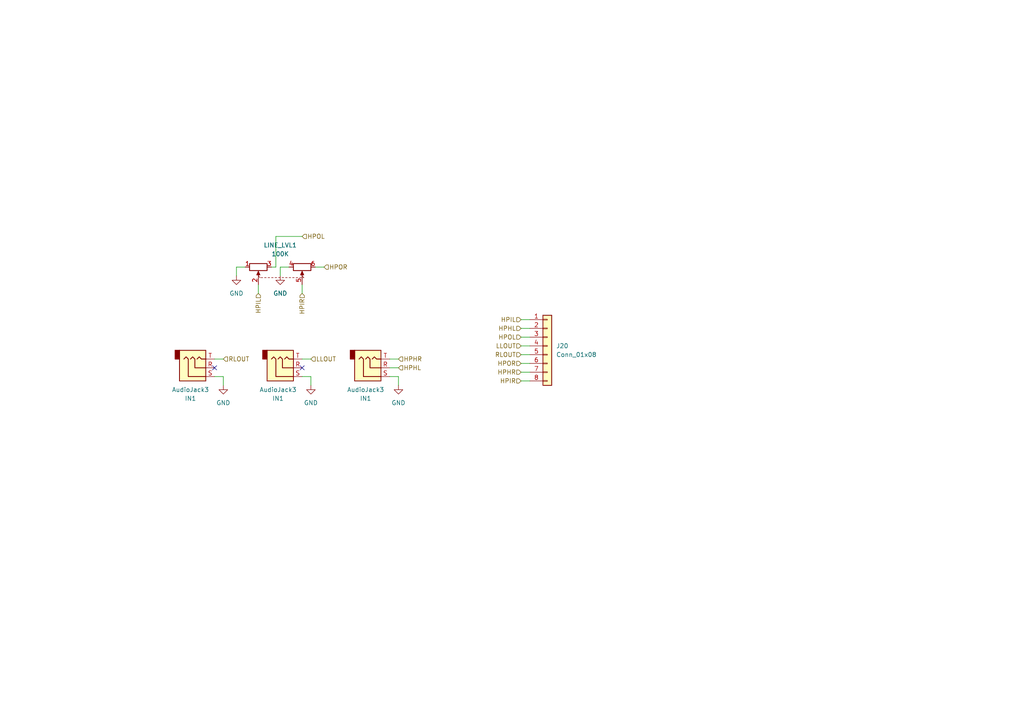
<source format=kicad_sch>
(kicad_sch (version 20230121) (generator eeschema)
  (paper "A4")
  (lib_symbols
    (symbol "Connector-github:AudioJack3"
      (property "Reference" "J" (at 0 8.89 0))
      (property "Value" "AudioJack3" (at 0 6.35 0))
      (symbol "AudioJack3_0_1"
        (rectangle (start -5.08 -5.08) (end -6.35 -2.54) (stroke (width 0.254)) (fill (type outline)))
        (polyline (pts (xy 0 -2.54) (xy 0.635 -3.175) (xy 1.27 -2.54) (xy 2.54 -2.54)) (stroke (width 0.254)))
        (polyline (pts (xy -1.905 -2.54) (xy -1.27 -3.175) (xy -0.635 -2.54) (xy -0.635 0) (xy 2.54 0)) (stroke (width 0.254)))
        (polyline (pts (xy 2.54 2.54) (xy -2.54 2.54) (xy -2.54 -2.54) (xy -3.175 -3.175) (xy -3.81 -2.54)) (stroke (width 0.254)))
        (rectangle (start 2.54 3.81) (end -5.08 -5.08) (stroke (width 0.254)) (fill (type background)))
      )
      (symbol "AudioJack3_1_1"
        (pin passive line (at 5.08 0 180) (length 2.54) (name "~") (number "R"))
        (pin passive line (at 5.08 2.54 180) (length 2.54) (name "~") (number "S"))
        (pin passive line (at 5.08 -2.54 180) (length 2.54) (name "~") (number "T"))
      )
    )
    (symbol "Connector_Generic:Conn_01x08" (pin_names (offset 1.016) hide)
      (property "Reference" "J" (at 0 10.16 0))
      (property "Value" "Conn_01x08" (at 0 -12.7 0))
      (symbol "Conn_01x08_1_1"
        (rectangle (start -1.27 -10.033) (end 0 -10.287) (stroke (width 0.1524)))
        (rectangle (start -1.27 -7.493) (end 0 -7.747) (stroke (width 0.1524)))
        (rectangle (start -1.27 -4.953) (end 0 -5.207) (stroke (width 0.1524)))
        (rectangle (start -1.27 -2.413) (end 0 -2.667) (stroke (width 0.1524)))
        (rectangle (start -1.27 0.127) (end 0 -0.127) (stroke (width 0.1524)))
        (rectangle (start -1.27 2.667) (end 0 2.413) (stroke (width 0.1524)))
        (rectangle (start -1.27 5.207) (end 0 4.953) (stroke (width 0.1524)))
        (rectangle (start -1.27 7.747) (end 0 7.493) (stroke (width 0.1524)))
        (rectangle (start -1.27 8.89) (end 1.27 -11.43) (stroke (width 0.254)) (fill (type background)))
        (pin passive line (at -5.08 7.62 0) (length 3.81) (name "Pin_1") (number "1"))
        (pin passive line (at -5.08 5.08 0) (length 3.81) (name "Pin_2") (number "2"))
        (pin passive line (at -5.08 2.54 0) (length 3.81) (name "Pin_3") (number "3"))
        (pin passive line (at -5.08 0 0) (length 3.81) (name "Pin_4") (number "4"))
        (pin passive line (at -5.08 -2.54 0) (length 3.81) (name "Pin_5") (number "5"))
        (pin passive line (at -5.08 -5.08 0) (length 3.81) (name "Pin_6") (number "6"))
        (pin passive line (at -5.08 -7.62 0) (length 3.81) (name "Pin_7") (number "7"))
        (pin passive line (at -5.08 -10.16 0) (length 3.81) (name "Pin_8") (number "8"))
      )
    )
    (symbol "Device:R_Potentiometer_Dual" (pin_names (offset 1.016) hide)
      (property "Reference" "RV" (at 0 3.81 0))
      (property "Value" "R_Potentiometer_Dual" (at 0 1.905 0))
      (symbol "R_Potentiometer_Dual_0_1"
        (rectangle (start -8.89 -1.524) (end -3.81 -3.556) (stroke (width 0.254)))
        (polyline (pts (xy -6.35 0) (xy -6.35 -1.016)))
        (polyline (pts (xy -6.35 0) (xy -6.35 -1.016)))
        (polyline (pts (xy -6.35 0) (xy -5.842 0.508)))
        (polyline (pts (xy -5.588 0.508) (xy -5.08 0.508)))
        (polyline (pts (xy -4.572 0.508) (xy -4.064 0.508)))
        (polyline (pts (xy -3.556 0.508) (xy -3.048 0.508)))
        (polyline (pts (xy -2.54 0.508) (xy -2.032 0.508)))
        (polyline (pts (xy -1.524 0.508) (xy -1.016 0.508)))
        (polyline (pts (xy -0.508 0.508) (xy 0 0.508)))
        (polyline (pts (xy 0.508 0.508) (xy 1.016 0.508)))
        (polyline (pts (xy 1.524 0.508) (xy 2.032 0.508)))
        (polyline (pts (xy 2.54 0.508) (xy 3.048 0.508)))
        (polyline (pts (xy 3.556 0.508) (xy 4.064 0.508)))
        (polyline (pts (xy 4.572 0.508) (xy 5.08 0.508)))
        (polyline (pts (xy 5.588 0.508) (xy 6.096 0.508)))
        (polyline (pts (xy 6.35 0) (xy 6.35 -1.016)))
        (polyline (pts (xy 6.35 0) (xy 6.35 -1.016)))
        (polyline (pts (xy 6.604 0.508) (xy 6.858 0.508) (xy 6.35 0)))
        (polyline (pts (xy -6.35 -1.397) (xy -6.858 -0.254) (xy -5.842 -0.254) (xy -6.35 -1.397)) (fill (type outline)))
        (polyline (pts (xy 6.35 -1.397) (xy 5.842 -0.254) (xy 6.858 -0.254) (xy 6.35 -1.397)) (fill (type outline)))
        (rectangle (start 3.81 -1.524) (end 8.89 -3.556) (stroke (width 0.254)))
      )
      (symbol "R_Potentiometer_Dual_1_1"
        (pin passive line (at -10.16 -2.54 0) (length 1.27) (name "1") (number "1"))
        (pin passive line (at -6.35 2.54 270) (length 2.54) (name "2") (number "2"))
        (pin passive line (at -2.54 -2.54 180) (length 1.27) (name "3") (number "3"))
        (pin passive line (at 2.54 -2.54 0) (length 1.27) (name "4") (number "4"))
        (pin passive line (at 6.35 2.54 270) (length 2.54) (name "5") (number "5"))
        (pin passive line (at 10.16 -2.54 180) (length 1.27) (name "6") (number "6"))
      )
    )
    (symbol "power:GND" (power) (pin_names (offset 0))
      (property "Value" "GND" (at 0 -3.81 0))
      (symbol "GND_0_1"
        (polyline (pts (xy 0 0) (xy 0 -1.27) (xy 1.27 -1.27) (xy 0 -2.54) (xy -1.27 -1.27) (xy 0 -1.27)))
      )
      (symbol "GND_1_1"
        (pin power_in line (at 0 0 270) (length 0) hide (name "GND") (number "1"))
      )
    )
  )
  (no_connect (at 62.23 106.68))
  (no_connect (at 87.63 106.68))
  (wire (pts (xy 80.01 68.58) (xy 80.01 77.47)))
  (wire (pts (xy 151.13 107.95) (xy 153.67 107.95)))
  (wire (pts (xy 151.13 92.71) (xy 153.67 92.71)))
  (wire (pts (xy 87.63 104.14) (xy 90.17 104.14)))
  (wire (pts (xy 74.93 82.55) (xy 74.93 85.09)))
  (wire (pts (xy 113.03 104.14) (xy 115.57 104.14)))
  (wire (pts (xy 68.58 77.47) (xy 68.58 80.01)))
  (wire (pts (xy 87.63 82.55) (xy 87.63 85.09)))
  (wire (pts (xy 151.13 95.25) (xy 153.67 95.25)))
  (wire (pts (xy 80.01 77.47) (xy 78.74 77.47)))
  (wire (pts (xy 151.13 100.33) (xy 153.67 100.33)))
  (wire (pts (xy 90.17 109.22) (xy 87.63 109.22)))
  (wire (pts (xy 83.82 77.47) (xy 81.28 77.47)))
  (wire (pts (xy 113.03 106.68) (xy 115.57 106.68)))
  (wire (pts (xy 81.28 77.47) (xy 81.28 80.01)))
  (wire (pts (xy 64.77 111.76) (xy 64.77 109.22)))
  (wire (pts (xy 87.63 68.58) (xy 80.01 68.58)))
  (wire (pts (xy 151.13 97.79) (xy 153.67 97.79)))
  (wire (pts (xy 91.44 77.47) (xy 93.98 77.47)))
  (wire (pts (xy 151.13 110.49) (xy 153.67 110.49)))
  (wire (pts (xy 71.12 77.47) (xy 68.58 77.47)))
  (wire (pts (xy 115.57 109.22) (xy 115.57 111.76)))
  (wire (pts (xy 151.13 105.41) (xy 153.67 105.41)))
  (wire (pts (xy 90.17 111.76) (xy 90.17 109.22)))
  (wire (pts (xy 62.23 104.14) (xy 64.77 104.14)))
  (wire (pts (xy 113.03 109.22) (xy 115.57 109.22)))
  (wire (pts (xy 151.13 102.87) (xy 153.67 102.87)))
  (wire (pts (xy 64.77 109.22) (xy 62.23 109.22)))
  (hierarchical_label "HPHR" (shape input) (at 151.13 107.95 180))
  (hierarchical_label "HPOL" (shape input) (at 87.63 68.58 0))
  (hierarchical_label "HPHL" (shape input) (at 115.57 106.68 0))
  (hierarchical_label "HPOR" (shape input) (at 93.98 77.47 0))
  (hierarchical_label "HPOL" (shape input) (at 151.13 97.79 180))
  (hierarchical_label "HPIL" (shape input) (at 74.93 85.09 270))
  (hierarchical_label "RLOUT" (shape input) (at 151.13 102.87 180))
  (hierarchical_label "HPHL" (shape input) (at 151.13 95.25 180))
  (hierarchical_label "HPIR" (shape input) (at 87.63 85.09 270))
  (hierarchical_label "LLOUT" (shape input) (at 90.17 104.14 0))
  (hierarchical_label "LLOUT" (shape input) (at 151.13 100.33 180))
  (hierarchical_label "HPIR" (shape input) (at 151.13 110.49 180))
  (hierarchical_label "HPHR" (shape input) (at 115.57 104.14 0))
  (hierarchical_label "HPIL" (shape input) (at 151.13 92.71 180))
  (hierarchical_label "RLOUT" (shape input) (at 64.77 104.14 0))
  (hierarchical_label "HPOR" (shape input) (at 151.13 105.41 180))
  (symbol (lib_id "power:GND") (at 115.57 111.76 0) (unit 1)
    (property "Reference" "#PWR059" (effects hide))
    (property "Value" "GND" (at 115.57 116.84 0))
  )
  (symbol (lib_id "power:GND") (at 81.28 80.01 0) (unit 1)
    (property "Reference" "#PWR057" (effects hide))
    (property "Value" "GND" (at 81.28 85.09 0))
  )
  (symbol (lib_id "power:GND") (at 64.77 111.76 0) (unit 1)
    (property "Reference" "#PWR055" (effects hide))
    (property "Value" "GND" (at 64.77 116.84 0))
  )
  (symbol (lib_id "Connector_Generic:Conn_01x08") (at 158.75 100.33 0) (unit 1)
    (property "Reference" "J20" (at 161.29 100.33 0) (effects (justify left)))
    (property "Value" "Conn_01x08" (at 161.29 102.87 0) (effects (justify left)))
    (property "Footprint" "Connector_PinHeader_2.54mm:PinHeader_1x08_P2.54mm_Vertical" (effects hide))
    (instances (project "Mixer" (path "" (reference "J20") (unit 1))) (project "Mixer-controls" (path "" (reference "J9") (unit 1))))
  )
  (symbol (lib_id "Connector-github:AudioJack3") (at 57.15 106.68 0) (mirror x) (unit 1)
    (property "Reference" "IN1" (at 55.245 115.57 0))
    (property "Value" "AudioJack3" (at 55.245 113.03 0))
    (property "Footprint" "Library:Jack_3.5mm_QingPu_WQP-PJ398SM_Vertical_CircularHoles" (effects hide))
    (instances (project "Mixer-controls" (path "" (reference "IN1") (unit 1)) (path "" (reference "IN2") (unit 1)) (path "" (reference "IN3") (unit 1)) (path "" (reference "IN4") (unit 1)) (path "" (reference "LINE_IN_R1") (unit 1)) (path "" (reference "LINE_IN_R2") (unit 1)) (path "" (reference "FX_RETURN_L1") (unit 1)) (path "" (reference "FX_RETURN_L2") (unit 1)) (path "" (reference "LINE_OUT_L1") (unit 1))))
  )
  (symbol (lib_id "power:GND") (at 68.58 80.01 0) (unit 1)
    (property "Reference" "#PWR056" (effects hide))
    (property "Value" "GND" (at 68.58 85.09 0))
  )
  (symbol (lib_id "power:GND") (at 90.17 111.76 0) (unit 1)
    (property "Reference" "#PWR058" (effects hide))
    (property "Value" "GND" (at 90.17 116.84 0))
  )
  (symbol (lib_id "Device:R_Potentiometer_Dual") (at 81.28 80.01 0) (mirror x) (unit 1)
    (property "Reference" "LINE_LVL1" (at 81.28 71.12 0))
    (property "Value" "100K" (at 81.28 73.66 0))
    (property "Footprint" "Library:Potentiometer_Alpha_RD902F-40-00D_Dual_Vertical" (effects hide))
    (instances (project "Mixer-controls" (path "" (reference "LINE_LVL1") (unit 1)) (path "" (reference "LINE_LVL2") (unit 1)) (path "" (reference "FX_LVL1") (unit 1)) (path "" (reference "FX_LVL2") (unit 1)) (path "" (reference "OUT_LVL1") (unit 1))))
  )
  (symbol (lib_id "Connector-github:AudioJack3") (at 107.95 106.68 0) (mirror x) (unit 1)
    (property "Reference" "IN1" (at 106.045 115.57 0))
    (property "Value" "AudioJack3" (at 106.045 113.03 0))
    (property "Footprint" "Library:Jack_3.5mm_QingPu_WQP-PJ398SM_Vertical_CircularHoles" (effects hide))
    (instances (project "Mixer-controls" (path "" (reference "IN1") (unit 1)) (path "" (reference "IN2") (unit 1)) (path "" (reference "IN3") (unit 1)) (path "" (reference "IN4") (unit 1)) (path "" (reference "LINE_IN_R1") (unit 1)) (path "" (reference "LINE_IN_R2") (unit 1)) (path "" (reference "FX_RETURN_L1") (unit 1)) (path "" (reference "FX_RETURN_L2") (unit 1)) (path "" (reference "HP_OUT1") (unit 1))))
  )
  (symbol (lib_id "Connector-github:AudioJack3") (at 82.55 106.68 0) (mirror x) (unit 1)
    (property "Reference" "IN1" (at 80.645 115.57 0))
    (property "Value" "AudioJack3" (at 80.645 113.03 0))
    (property "Footprint" "Library:Jack_3.5mm_QingPu_WQP-PJ398SM_Vertical_CircularHoles" (effects hide))
    (instances (project "Mixer-controls" (path "" (reference "IN1") (unit 1)) (path "" (reference "IN2") (unit 1)) (path "" (reference "IN3") (unit 1)) (path "" (reference "IN4") (unit 1)) (path "" (reference "LINE_IN_R1") (unit 1)) (path "" (reference "LINE_IN_R2") (unit 1)) (path "" (reference "FX_RETURN_L1") (unit 1)) (path "" (reference "FX_RETURN_L2") (unit 1)) (path "" (reference "LINE_OUT_R1") (unit 1))))
  )
)
</source>
